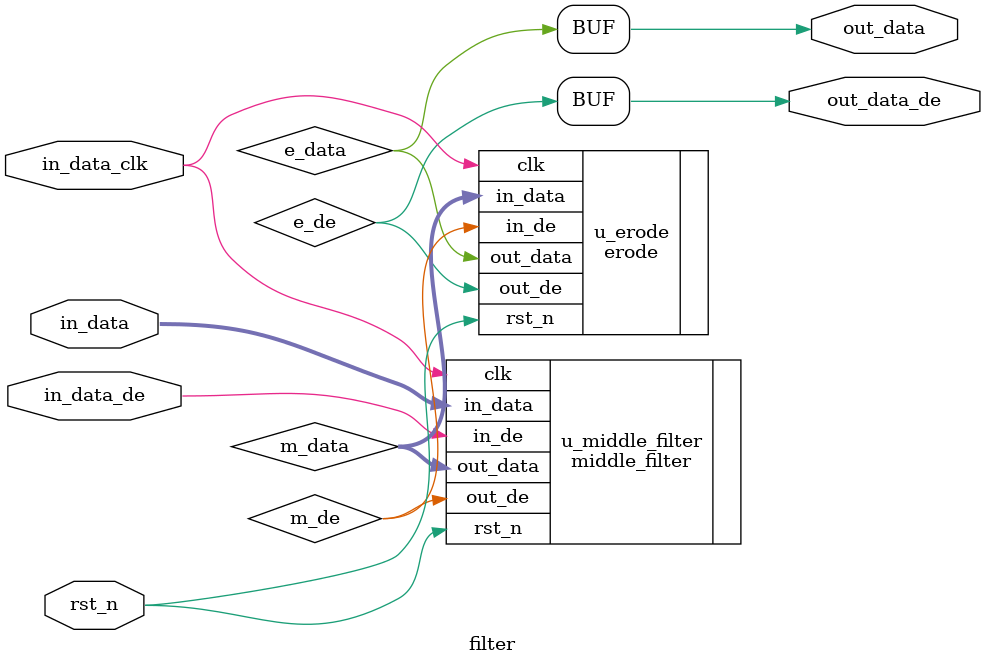
<source format=v>
module filter
#(
	parameter COL = 1280,
	parameter ROW = 720
)
(
	input rst_n,
	
	input in_data_clk,
	input in_data_de,
	input [7:0]in_data,
	
	output out_data_de,
	output out_data
	
);

wire m_de;
wire [7:0]m_data;


middle_filter
#(
	.U_COL(COL),
	.U_ROW(ROW)
)u_middle_filter
(
	.clk		(in_data_clk),
	.rst_n      (rst_n),

	.in_de      (in_data_de),
	.in_data    (in_data),

	.out_de     (m_de),
	.out_data   (m_data)
	
);

wire e_de;
wire e_data;

erode
#(
	.U_COL(COL),
	.U_ROW(ROW)
)u_erode
(
	.clk			(in_data_clk),
	.rst_n          (rst_n		),

	.in_de          (m_de		),
	.in_data   (m_data		),

	.out_de         (e_de		),
	.out_data       (e_data		)

);

assign out_data_de = e_de;
assign out_data	   = e_data;

endmodule
</source>
